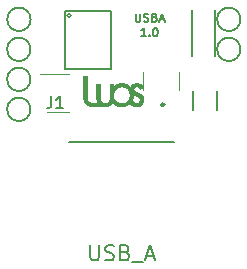
<source format=gbr>
G04 #@! TF.GenerationSoftware,KiCad,Pcbnew,(5.1.9-0-10_14)*
G04 #@! TF.CreationDate,2021-02-12T10:42:39+01:00*
G04 #@! TF.ProjectId,l0_USBA,6c305f55-5342-4412-9e6b-696361645f70,rev?*
G04 #@! TF.SameCoordinates,Original*
G04 #@! TF.FileFunction,Legend,Top*
G04 #@! TF.FilePolarity,Positive*
%FSLAX46Y46*%
G04 Gerber Fmt 4.6, Leading zero omitted, Abs format (unit mm)*
G04 Created by KiCad (PCBNEW (5.1.9-0-10_14)) date 2021-02-12 10:42:39*
%MOMM*%
%LPD*%
G01*
G04 APERTURE LIST*
%ADD10C,0.175000*%
%ADD11C,0.200000*%
%ADD12C,0.150000*%
%ADD13C,0.250000*%
%ADD14C,0.125000*%
%ADD15C,0.120000*%
%ADD16C,0.010000*%
G04 APERTURE END LIST*
D10*
X93985666Y-106832166D02*
X93985666Y-107398833D01*
X94019000Y-107465500D01*
X94052333Y-107498833D01*
X94119000Y-107532166D01*
X94252333Y-107532166D01*
X94319000Y-107498833D01*
X94352333Y-107465500D01*
X94385666Y-107398833D01*
X94385666Y-106832166D01*
X94685666Y-107498833D02*
X94785666Y-107532166D01*
X94952333Y-107532166D01*
X95019000Y-107498833D01*
X95052333Y-107465500D01*
X95085666Y-107398833D01*
X95085666Y-107332166D01*
X95052333Y-107265500D01*
X95019000Y-107232166D01*
X94952333Y-107198833D01*
X94819000Y-107165500D01*
X94752333Y-107132166D01*
X94719000Y-107098833D01*
X94685666Y-107032166D01*
X94685666Y-106965500D01*
X94719000Y-106898833D01*
X94752333Y-106865500D01*
X94819000Y-106832166D01*
X94985666Y-106832166D01*
X95085666Y-106865500D01*
X95619000Y-107165500D02*
X95719000Y-107198833D01*
X95752333Y-107232166D01*
X95785666Y-107298833D01*
X95785666Y-107398833D01*
X95752333Y-107465500D01*
X95719000Y-107498833D01*
X95652333Y-107532166D01*
X95385666Y-107532166D01*
X95385666Y-106832166D01*
X95619000Y-106832166D01*
X95685666Y-106865500D01*
X95719000Y-106898833D01*
X95752333Y-106965500D01*
X95752333Y-107032166D01*
X95719000Y-107098833D01*
X95685666Y-107132166D01*
X95619000Y-107165500D01*
X95385666Y-107165500D01*
X96052333Y-107332166D02*
X96385666Y-107332166D01*
X95985666Y-107532166D02*
X96219000Y-106832166D01*
X96452333Y-107532166D01*
X94869000Y-108757166D02*
X94469000Y-108757166D01*
X94669000Y-108757166D02*
X94669000Y-108057166D01*
X94602333Y-108157166D01*
X94535666Y-108223833D01*
X94469000Y-108257166D01*
X95169000Y-108690500D02*
X95202333Y-108723833D01*
X95169000Y-108757166D01*
X95135666Y-108723833D01*
X95169000Y-108690500D01*
X95169000Y-108757166D01*
X95635666Y-108057166D02*
X95702333Y-108057166D01*
X95769000Y-108090500D01*
X95802333Y-108123833D01*
X95835666Y-108190500D01*
X95869000Y-108323833D01*
X95869000Y-108490500D01*
X95835666Y-108623833D01*
X95802333Y-108690500D01*
X95769000Y-108723833D01*
X95702333Y-108757166D01*
X95635666Y-108757166D01*
X95569000Y-108723833D01*
X95535666Y-108690500D01*
X95502333Y-108623833D01*
X95469000Y-108490500D01*
X95469000Y-108323833D01*
X95502333Y-108190500D01*
X95535666Y-108123833D01*
X95569000Y-108090500D01*
X95635666Y-108057166D01*
D11*
X102867500Y-109865000D02*
G75*
G03*
X102867500Y-109865000I-987500J0D01*
G01*
X102867500Y-107325000D02*
G75*
G03*
X102867500Y-107325000I-987500J0D01*
G01*
X85087500Y-114945000D02*
G75*
G03*
X85087500Y-114945000I-987500J0D01*
G01*
X85087500Y-112405000D02*
G75*
G03*
X85087500Y-112405000I-987500J0D01*
G01*
X85087500Y-109865000D02*
G75*
G03*
X85087500Y-109865000I-987500J0D01*
G01*
X85100000Y-107325000D02*
G75*
G03*
X85100000Y-107325000I-987500J0D01*
G01*
D12*
X97250000Y-117750000D02*
X88350000Y-117750000D01*
D13*
X96425000Y-114550000D02*
G75*
G03*
X96425000Y-114550000I-125000J0D01*
G01*
D14*
X94660000Y-113277000D02*
X94660000Y-111777000D01*
X97710000Y-111777000D02*
X97710000Y-113277000D01*
D12*
X88503421Y-107003000D02*
G75*
G03*
X88503421Y-107003000I-141421J0D01*
G01*
X88003200Y-106651900D02*
X88003200Y-111554100D01*
X91920800Y-106651900D02*
X88003200Y-106651900D01*
X91920800Y-111554100D02*
X91920800Y-106651900D01*
X88003200Y-111554100D02*
X91920800Y-111554100D01*
X98776000Y-110413000D02*
X98776000Y-106513000D01*
X100706000Y-110413000D02*
X100706000Y-106513000D01*
X98860500Y-113383000D02*
X98860500Y-114983000D01*
X100860500Y-113383000D02*
X100860500Y-114983000D01*
D15*
X86514500Y-115153000D02*
X88314500Y-115153000D01*
X88314500Y-111933000D02*
X85864500Y-111933000D01*
D16*
G36*
X92090520Y-112939777D02*
G01*
X92041727Y-112990612D01*
X91989279Y-113049559D01*
X91939775Y-113113506D01*
X91896352Y-113178372D01*
X91892650Y-113184446D01*
X91879458Y-113207333D01*
X91865150Y-113233898D01*
X91850763Y-113262015D01*
X91837336Y-113289559D01*
X91825907Y-113314407D01*
X91817515Y-113334434D01*
X91813433Y-113346513D01*
X91810786Y-113355655D01*
X91808527Y-113360011D01*
X91806625Y-113359037D01*
X91805055Y-113352187D01*
X91803786Y-113338915D01*
X91802793Y-113318676D01*
X91802046Y-113290924D01*
X91801517Y-113255114D01*
X91801178Y-113210700D01*
X91801002Y-113157137D01*
X91800960Y-113103879D01*
X91800960Y-112841960D01*
X92090520Y-112841960D01*
X92090520Y-112939777D01*
G37*
X92090520Y-112939777D02*
X92041727Y-112990612D01*
X91989279Y-113049559D01*
X91939775Y-113113506D01*
X91896352Y-113178372D01*
X91892650Y-113184446D01*
X91879458Y-113207333D01*
X91865150Y-113233898D01*
X91850763Y-113262015D01*
X91837336Y-113289559D01*
X91825907Y-113314407D01*
X91817515Y-113334434D01*
X91813433Y-113346513D01*
X91810786Y-113355655D01*
X91808527Y-113360011D01*
X91806625Y-113359037D01*
X91805055Y-113352187D01*
X91803786Y-113338915D01*
X91802793Y-113318676D01*
X91802046Y-113290924D01*
X91801517Y-113255114D01*
X91801178Y-113210700D01*
X91801002Y-113157137D01*
X91800960Y-113103879D01*
X91800960Y-112841960D01*
X92090520Y-112841960D01*
X92090520Y-112939777D01*
G36*
X89851518Y-113054049D02*
G01*
X89851707Y-113169865D01*
X89851880Y-113275983D01*
X89852049Y-113372866D01*
X89852227Y-113460978D01*
X89852428Y-113540780D01*
X89852665Y-113612736D01*
X89852949Y-113677309D01*
X89853295Y-113734960D01*
X89853715Y-113786153D01*
X89854223Y-113831350D01*
X89854831Y-113871015D01*
X89855552Y-113905610D01*
X89856399Y-113935597D01*
X89857386Y-113961439D01*
X89858524Y-113983599D01*
X89859828Y-114002540D01*
X89861310Y-114018724D01*
X89862983Y-114032615D01*
X89864860Y-114044674D01*
X89866954Y-114055364D01*
X89869278Y-114065149D01*
X89871845Y-114074491D01*
X89874668Y-114083853D01*
X89877760Y-114093696D01*
X89880961Y-114103926D01*
X89904145Y-114162995D01*
X89935052Y-114215603D01*
X89973337Y-114261401D01*
X90018651Y-114300041D01*
X90070648Y-114331174D01*
X90128981Y-114354452D01*
X90130798Y-114355017D01*
X90148075Y-114359785D01*
X90167110Y-114363815D01*
X90188842Y-114367163D01*
X90214212Y-114369884D01*
X90244160Y-114372032D01*
X90279626Y-114373663D01*
X90321550Y-114374833D01*
X90370874Y-114375595D01*
X90428536Y-114376005D01*
X90490727Y-114376120D01*
X90713579Y-114376120D01*
X90721644Y-114391716D01*
X90739113Y-114420690D01*
X90763133Y-114453658D01*
X90791983Y-114488712D01*
X90823943Y-114523943D01*
X90857295Y-114557444D01*
X90890318Y-114587306D01*
X90917040Y-114608545D01*
X90934297Y-114621307D01*
X90948627Y-114632069D01*
X90957906Y-114639231D01*
X90959966Y-114640940D01*
X90955692Y-114641515D01*
X90942187Y-114642045D01*
X90920381Y-114642530D01*
X90891203Y-114642969D01*
X90855582Y-114643360D01*
X90814447Y-114643703D01*
X90768728Y-114643995D01*
X90719354Y-114644236D01*
X90667253Y-114644425D01*
X90613357Y-114644560D01*
X90558593Y-114644641D01*
X90503890Y-114644666D01*
X90450179Y-114644634D01*
X90398388Y-114644544D01*
X90349447Y-114644395D01*
X90304285Y-114644185D01*
X90263831Y-114643913D01*
X90229014Y-114643579D01*
X90200764Y-114643181D01*
X90180010Y-114642717D01*
X90167681Y-114642188D01*
X90165200Y-114641939D01*
X90083716Y-114625553D01*
X90009648Y-114603404D01*
X89941603Y-114574796D01*
X89878190Y-114539032D01*
X89818017Y-114495415D01*
X89759693Y-114443250D01*
X89750924Y-114434550D01*
X89697962Y-114374238D01*
X89653301Y-114308178D01*
X89617108Y-114236714D01*
X89589555Y-114160193D01*
X89570812Y-114078960D01*
X89568363Y-114063700D01*
X89567415Y-114056335D01*
X89566548Y-114047116D01*
X89565757Y-114035606D01*
X89565039Y-114021365D01*
X89564391Y-114003954D01*
X89563808Y-113982936D01*
X89563289Y-113957871D01*
X89562829Y-113928320D01*
X89562425Y-113893846D01*
X89562073Y-113854009D01*
X89561771Y-113808371D01*
X89561515Y-113756493D01*
X89561301Y-113697937D01*
X89561126Y-113632264D01*
X89560987Y-113559036D01*
X89560880Y-113477813D01*
X89560803Y-113388157D01*
X89560750Y-113289630D01*
X89560720Y-113181793D01*
X89560709Y-113071830D01*
X89560680Y-112130760D01*
X89705328Y-112130759D01*
X89849976Y-112130759D01*
X89851518Y-113054049D01*
G37*
X89851518Y-113054049D02*
X89851707Y-113169865D01*
X89851880Y-113275983D01*
X89852049Y-113372866D01*
X89852227Y-113460978D01*
X89852428Y-113540780D01*
X89852665Y-113612736D01*
X89852949Y-113677309D01*
X89853295Y-113734960D01*
X89853715Y-113786153D01*
X89854223Y-113831350D01*
X89854831Y-113871015D01*
X89855552Y-113905610D01*
X89856399Y-113935597D01*
X89857386Y-113961439D01*
X89858524Y-113983599D01*
X89859828Y-114002540D01*
X89861310Y-114018724D01*
X89862983Y-114032615D01*
X89864860Y-114044674D01*
X89866954Y-114055364D01*
X89869278Y-114065149D01*
X89871845Y-114074491D01*
X89874668Y-114083853D01*
X89877760Y-114093696D01*
X89880961Y-114103926D01*
X89904145Y-114162995D01*
X89935052Y-114215603D01*
X89973337Y-114261401D01*
X90018651Y-114300041D01*
X90070648Y-114331174D01*
X90128981Y-114354452D01*
X90130798Y-114355017D01*
X90148075Y-114359785D01*
X90167110Y-114363815D01*
X90188842Y-114367163D01*
X90214212Y-114369884D01*
X90244160Y-114372032D01*
X90279626Y-114373663D01*
X90321550Y-114374833D01*
X90370874Y-114375595D01*
X90428536Y-114376005D01*
X90490727Y-114376120D01*
X90713579Y-114376120D01*
X90721644Y-114391716D01*
X90739113Y-114420690D01*
X90763133Y-114453658D01*
X90791983Y-114488712D01*
X90823943Y-114523943D01*
X90857295Y-114557444D01*
X90890318Y-114587306D01*
X90917040Y-114608545D01*
X90934297Y-114621307D01*
X90948627Y-114632069D01*
X90957906Y-114639231D01*
X90959966Y-114640940D01*
X90955692Y-114641515D01*
X90942187Y-114642045D01*
X90920381Y-114642530D01*
X90891203Y-114642969D01*
X90855582Y-114643360D01*
X90814447Y-114643703D01*
X90768728Y-114643995D01*
X90719354Y-114644236D01*
X90667253Y-114644425D01*
X90613357Y-114644560D01*
X90558593Y-114644641D01*
X90503890Y-114644666D01*
X90450179Y-114644634D01*
X90398388Y-114644544D01*
X90349447Y-114644395D01*
X90304285Y-114644185D01*
X90263831Y-114643913D01*
X90229014Y-114643579D01*
X90200764Y-114643181D01*
X90180010Y-114642717D01*
X90167681Y-114642188D01*
X90165200Y-114641939D01*
X90083716Y-114625553D01*
X90009648Y-114603404D01*
X89941603Y-114574796D01*
X89878190Y-114539032D01*
X89818017Y-114495415D01*
X89759693Y-114443250D01*
X89750924Y-114434550D01*
X89697962Y-114374238D01*
X89653301Y-114308178D01*
X89617108Y-114236714D01*
X89589555Y-114160193D01*
X89570812Y-114078960D01*
X89568363Y-114063700D01*
X89567415Y-114056335D01*
X89566548Y-114047116D01*
X89565757Y-114035606D01*
X89565039Y-114021365D01*
X89564391Y-114003954D01*
X89563808Y-113982936D01*
X89563289Y-113957871D01*
X89562829Y-113928320D01*
X89562425Y-113893846D01*
X89562073Y-113854009D01*
X89561771Y-113808371D01*
X89561515Y-113756493D01*
X89561301Y-113697937D01*
X89561126Y-113632264D01*
X89560987Y-113559036D01*
X89560880Y-113477813D01*
X89560803Y-113388157D01*
X89560750Y-113289630D01*
X89560720Y-113181793D01*
X89560709Y-113071830D01*
X89560680Y-112130760D01*
X89705328Y-112130759D01*
X89849976Y-112130759D01*
X89851518Y-113054049D01*
G36*
X94116498Y-112729485D02*
G01*
X94177478Y-112735225D01*
X94230018Y-112745649D01*
X94293015Y-112767036D01*
X94354747Y-112797361D01*
X94413265Y-112835424D01*
X94466618Y-112880027D01*
X94494022Y-112907973D01*
X94509218Y-112925558D01*
X94526038Y-112946436D01*
X94543295Y-112968955D01*
X94559800Y-112991466D01*
X94574362Y-113012318D01*
X94585794Y-113029861D01*
X94592906Y-113042444D01*
X94594690Y-113047700D01*
X94590635Y-113052783D01*
X94580120Y-113060848D01*
X94568145Y-113068488D01*
X94555350Y-113076069D01*
X94535717Y-113087707D01*
X94511145Y-113102274D01*
X94483535Y-113118644D01*
X94454787Y-113135690D01*
X94454605Y-113135798D01*
X94427758Y-113151582D01*
X94403786Y-113165415D01*
X94384092Y-113176510D01*
X94370076Y-113184078D01*
X94363143Y-113187332D01*
X94362782Y-113187400D01*
X94358123Y-113183377D01*
X94349658Y-113172599D01*
X94338845Y-113156995D01*
X94333040Y-113148030D01*
X94299502Y-113101845D01*
X94263133Y-113065074D01*
X94223288Y-113037212D01*
X94179326Y-113017750D01*
X94160822Y-113012300D01*
X94136297Y-113007992D01*
X94105411Y-113005446D01*
X94071818Y-113004715D01*
X94039171Y-113005849D01*
X94011125Y-113008901D01*
X94004660Y-113010092D01*
X93965754Y-113022016D01*
X93927383Y-113040831D01*
X93891623Y-113065000D01*
X93860551Y-113092985D01*
X93836245Y-113123248D01*
X93825292Y-113142896D01*
X93809919Y-113187047D01*
X93804439Y-113230235D01*
X93808776Y-113271881D01*
X93822854Y-113311407D01*
X93846597Y-113348235D01*
X93853445Y-113356295D01*
X93872480Y-113375497D01*
X93894833Y-113393696D01*
X93921645Y-113411549D01*
X93954058Y-113429713D01*
X93993212Y-113448842D01*
X94040249Y-113469595D01*
X94076800Y-113484757D01*
X94104777Y-113496143D01*
X94137359Y-113509410D01*
X94169741Y-113522601D01*
X94188560Y-113530271D01*
X94271456Y-113566948D01*
X94344997Y-113605652D01*
X94409852Y-113646771D01*
X94466692Y-113690692D01*
X94467960Y-113691780D01*
X94515923Y-113738105D01*
X94555721Y-113787888D01*
X94588097Y-113842416D01*
X94613794Y-113902971D01*
X94633556Y-113970841D01*
X94636207Y-113982420D01*
X94639581Y-114004971D01*
X94641788Y-114035092D01*
X94642853Y-114070265D01*
X94642799Y-114107969D01*
X94641653Y-114145684D01*
X94639437Y-114180893D01*
X94636176Y-114211074D01*
X94633849Y-114225116D01*
X94615829Y-114296029D01*
X94590554Y-114361194D01*
X94557336Y-114421828D01*
X94515487Y-114479151D01*
X94464318Y-114534382D01*
X94453323Y-114544893D01*
X94394670Y-114593066D01*
X94330331Y-114632832D01*
X94260398Y-114664141D01*
X94196180Y-114684182D01*
X94176463Y-114688917D01*
X94158213Y-114692441D01*
X94139205Y-114694973D01*
X94117215Y-114696733D01*
X94090016Y-114697942D01*
X94055385Y-114698819D01*
X94046320Y-114698993D01*
X93997885Y-114699393D01*
X93958768Y-114698602D01*
X93928195Y-114696591D01*
X93909160Y-114694048D01*
X93832759Y-114675743D01*
X93761973Y-114649040D01*
X93696917Y-114614006D01*
X93637709Y-114570706D01*
X93584465Y-114519207D01*
X93566149Y-114497904D01*
X93537018Y-114462297D01*
X93564212Y-114433178D01*
X93577441Y-114419094D01*
X93587974Y-114408029D01*
X93593909Y-114401978D01*
X93594407Y-114401520D01*
X93603124Y-114392399D01*
X93616128Y-114376627D01*
X93632083Y-114356014D01*
X93649651Y-114332373D01*
X93667499Y-114307514D01*
X93684291Y-114283249D01*
X93698690Y-114261389D01*
X93703957Y-114252944D01*
X93738090Y-114196941D01*
X93749092Y-114229380D01*
X93760743Y-114260591D01*
X93772946Y-114285720D01*
X93787770Y-114308733D01*
X93796523Y-114320317D01*
X93832386Y-114357960D01*
X93874572Y-114387858D01*
X93922560Y-114409779D01*
X93975834Y-114423491D01*
X94033876Y-114428762D01*
X94038700Y-114428812D01*
X94078818Y-114427532D01*
X94113192Y-114422704D01*
X94145879Y-114413456D01*
X94180936Y-114398918D01*
X94183480Y-114397729D01*
X94214482Y-114379393D01*
X94246165Y-114354134D01*
X94275793Y-114324596D01*
X94300625Y-114293421D01*
X94313722Y-114271980D01*
X94334366Y-114222372D01*
X94346665Y-114169641D01*
X94350564Y-114115665D01*
X94346006Y-114062321D01*
X94332937Y-114011487D01*
X94322154Y-113985388D01*
X94299320Y-113947983D01*
X94267224Y-113911417D01*
X94226766Y-113876412D01*
X94178843Y-113843687D01*
X94124353Y-113813965D01*
X94088225Y-113797596D01*
X94067277Y-113788769D01*
X94039545Y-113777065D01*
X94007601Y-113763571D01*
X93974017Y-113749373D01*
X93944720Y-113736978D01*
X93850740Y-113697202D01*
X93847099Y-113643039D01*
X93835515Y-113542036D01*
X93814520Y-113444715D01*
X93783990Y-113350709D01*
X93743802Y-113259652D01*
X93693831Y-113171177D01*
X93681392Y-113151840D01*
X93664411Y-113126953D01*
X93645785Y-113101156D01*
X93628040Y-113077876D01*
X93616444Y-113063683D01*
X93601471Y-113046165D01*
X93587661Y-113029900D01*
X93577355Y-113017650D01*
X93575092Y-113014923D01*
X93563605Y-113000979D01*
X93583940Y-112970999D01*
X93603448Y-112945399D01*
X93628843Y-112916684D01*
X93657604Y-112887439D01*
X93687207Y-112860249D01*
X93711040Y-112840766D01*
X93734096Y-112825104D01*
X93763614Y-112807791D01*
X93796441Y-112790459D01*
X93829423Y-112774736D01*
X93859405Y-112762252D01*
X93870797Y-112758218D01*
X93926802Y-112743480D01*
X93988316Y-112733712D01*
X94052496Y-112729014D01*
X94116498Y-112729485D01*
G37*
X94116498Y-112729485D02*
X94177478Y-112735225D01*
X94230018Y-112745649D01*
X94293015Y-112767036D01*
X94354747Y-112797361D01*
X94413265Y-112835424D01*
X94466618Y-112880027D01*
X94494022Y-112907973D01*
X94509218Y-112925558D01*
X94526038Y-112946436D01*
X94543295Y-112968955D01*
X94559800Y-112991466D01*
X94574362Y-113012318D01*
X94585794Y-113029861D01*
X94592906Y-113042444D01*
X94594690Y-113047700D01*
X94590635Y-113052783D01*
X94580120Y-113060848D01*
X94568145Y-113068488D01*
X94555350Y-113076069D01*
X94535717Y-113087707D01*
X94511145Y-113102274D01*
X94483535Y-113118644D01*
X94454787Y-113135690D01*
X94454605Y-113135798D01*
X94427758Y-113151582D01*
X94403786Y-113165415D01*
X94384092Y-113176510D01*
X94370076Y-113184078D01*
X94363143Y-113187332D01*
X94362782Y-113187400D01*
X94358123Y-113183377D01*
X94349658Y-113172599D01*
X94338845Y-113156995D01*
X94333040Y-113148030D01*
X94299502Y-113101845D01*
X94263133Y-113065074D01*
X94223288Y-113037212D01*
X94179326Y-113017750D01*
X94160822Y-113012300D01*
X94136297Y-113007992D01*
X94105411Y-113005446D01*
X94071818Y-113004715D01*
X94039171Y-113005849D01*
X94011125Y-113008901D01*
X94004660Y-113010092D01*
X93965754Y-113022016D01*
X93927383Y-113040831D01*
X93891623Y-113065000D01*
X93860551Y-113092985D01*
X93836245Y-113123248D01*
X93825292Y-113142896D01*
X93809919Y-113187047D01*
X93804439Y-113230235D01*
X93808776Y-113271881D01*
X93822854Y-113311407D01*
X93846597Y-113348235D01*
X93853445Y-113356295D01*
X93872480Y-113375497D01*
X93894833Y-113393696D01*
X93921645Y-113411549D01*
X93954058Y-113429713D01*
X93993212Y-113448842D01*
X94040249Y-113469595D01*
X94076800Y-113484757D01*
X94104777Y-113496143D01*
X94137359Y-113509410D01*
X94169741Y-113522601D01*
X94188560Y-113530271D01*
X94271456Y-113566948D01*
X94344997Y-113605652D01*
X94409852Y-113646771D01*
X94466692Y-113690692D01*
X94467960Y-113691780D01*
X94515923Y-113738105D01*
X94555721Y-113787888D01*
X94588097Y-113842416D01*
X94613794Y-113902971D01*
X94633556Y-113970841D01*
X94636207Y-113982420D01*
X94639581Y-114004971D01*
X94641788Y-114035092D01*
X94642853Y-114070265D01*
X94642799Y-114107969D01*
X94641653Y-114145684D01*
X94639437Y-114180893D01*
X94636176Y-114211074D01*
X94633849Y-114225116D01*
X94615829Y-114296029D01*
X94590554Y-114361194D01*
X94557336Y-114421828D01*
X94515487Y-114479151D01*
X94464318Y-114534382D01*
X94453323Y-114544893D01*
X94394670Y-114593066D01*
X94330331Y-114632832D01*
X94260398Y-114664141D01*
X94196180Y-114684182D01*
X94176463Y-114688917D01*
X94158213Y-114692441D01*
X94139205Y-114694973D01*
X94117215Y-114696733D01*
X94090016Y-114697942D01*
X94055385Y-114698819D01*
X94046320Y-114698993D01*
X93997885Y-114699393D01*
X93958768Y-114698602D01*
X93928195Y-114696591D01*
X93909160Y-114694048D01*
X93832759Y-114675743D01*
X93761973Y-114649040D01*
X93696917Y-114614006D01*
X93637709Y-114570706D01*
X93584465Y-114519207D01*
X93566149Y-114497904D01*
X93537018Y-114462297D01*
X93564212Y-114433178D01*
X93577441Y-114419094D01*
X93587974Y-114408029D01*
X93593909Y-114401978D01*
X93594407Y-114401520D01*
X93603124Y-114392399D01*
X93616128Y-114376627D01*
X93632083Y-114356014D01*
X93649651Y-114332373D01*
X93667499Y-114307514D01*
X93684291Y-114283249D01*
X93698690Y-114261389D01*
X93703957Y-114252944D01*
X93738090Y-114196941D01*
X93749092Y-114229380D01*
X93760743Y-114260591D01*
X93772946Y-114285720D01*
X93787770Y-114308733D01*
X93796523Y-114320317D01*
X93832386Y-114357960D01*
X93874572Y-114387858D01*
X93922560Y-114409779D01*
X93975834Y-114423491D01*
X94033876Y-114428762D01*
X94038700Y-114428812D01*
X94078818Y-114427532D01*
X94113192Y-114422704D01*
X94145879Y-114413456D01*
X94180936Y-114398918D01*
X94183480Y-114397729D01*
X94214482Y-114379393D01*
X94246165Y-114354134D01*
X94275793Y-114324596D01*
X94300625Y-114293421D01*
X94313722Y-114271980D01*
X94334366Y-114222372D01*
X94346665Y-114169641D01*
X94350564Y-114115665D01*
X94346006Y-114062321D01*
X94332937Y-114011487D01*
X94322154Y-113985388D01*
X94299320Y-113947983D01*
X94267224Y-113911417D01*
X94226766Y-113876412D01*
X94178843Y-113843687D01*
X94124353Y-113813965D01*
X94088225Y-113797596D01*
X94067277Y-113788769D01*
X94039545Y-113777065D01*
X94007601Y-113763571D01*
X93974017Y-113749373D01*
X93944720Y-113736978D01*
X93850740Y-113697202D01*
X93847099Y-113643039D01*
X93835515Y-113542036D01*
X93814520Y-113444715D01*
X93783990Y-113350709D01*
X93743802Y-113259652D01*
X93693831Y-113171177D01*
X93681392Y-113151840D01*
X93664411Y-113126953D01*
X93645785Y-113101156D01*
X93628040Y-113077876D01*
X93616444Y-113063683D01*
X93601471Y-113046165D01*
X93587661Y-113029900D01*
X93577355Y-113017650D01*
X93575092Y-113014923D01*
X93563605Y-113000979D01*
X93583940Y-112970999D01*
X93603448Y-112945399D01*
X93628843Y-112916684D01*
X93657604Y-112887439D01*
X93687207Y-112860249D01*
X93711040Y-112840766D01*
X93734096Y-112825104D01*
X93763614Y-112807791D01*
X93796441Y-112790459D01*
X93829423Y-112774736D01*
X93859405Y-112762252D01*
X93870797Y-112758218D01*
X93926802Y-112743480D01*
X93988316Y-112733712D01*
X94052496Y-112729014D01*
X94116498Y-112729485D01*
G36*
X92831742Y-112731615D02*
G01*
X92925291Y-112737622D01*
X93012636Y-112750703D01*
X93095258Y-112771285D01*
X93174640Y-112799797D01*
X93252262Y-112836666D01*
X93309769Y-112869786D01*
X93330685Y-112882862D01*
X93347605Y-112893959D01*
X93363061Y-112904924D01*
X93379585Y-112917600D01*
X93399709Y-112933833D01*
X93415563Y-112946871D01*
X93494221Y-113017452D01*
X93563398Y-113091585D01*
X93623202Y-113169459D01*
X93673738Y-113251262D01*
X93715115Y-113337184D01*
X93747438Y-113427412D01*
X93770814Y-113522137D01*
X93782465Y-113595642D01*
X93785712Y-113633950D01*
X93787168Y-113679223D01*
X93786938Y-113728742D01*
X93785131Y-113779785D01*
X93781854Y-113829630D01*
X93777215Y-113875557D01*
X93771320Y-113914845D01*
X93769518Y-113924000D01*
X93746055Y-114015192D01*
X93714807Y-114101033D01*
X93675284Y-114182442D01*
X93626997Y-114260337D01*
X93569453Y-114335638D01*
X93520412Y-114390452D01*
X93446750Y-114461116D01*
X93368697Y-114522691D01*
X93285956Y-114575335D01*
X93198234Y-114619213D01*
X93105236Y-114654485D01*
X93006667Y-114681312D01*
X92979520Y-114687037D01*
X92959904Y-114690728D01*
X92941734Y-114693554D01*
X92923195Y-114695628D01*
X92902471Y-114697061D01*
X92877748Y-114697967D01*
X92847209Y-114698457D01*
X92809040Y-114698643D01*
X92791560Y-114698658D01*
X92740950Y-114698369D01*
X92698438Y-114697328D01*
X92661975Y-114695293D01*
X92629510Y-114692023D01*
X92598994Y-114687277D01*
X92568377Y-114680813D01*
X92535610Y-114672390D01*
X92512160Y-114665741D01*
X92421198Y-114634154D01*
X92332560Y-114593275D01*
X92247680Y-114543936D01*
X92167991Y-114486965D01*
X92097313Y-114425490D01*
X92055846Y-114385730D01*
X92080476Y-114333935D01*
X92092884Y-114305844D01*
X92105461Y-114274042D01*
X92116235Y-114243642D01*
X92120215Y-114230951D01*
X92128110Y-114201058D01*
X92135594Y-114167054D01*
X92142169Y-114131821D01*
X92147333Y-114098238D01*
X92150587Y-114069186D01*
X92151480Y-114050846D01*
X92152614Y-114036212D01*
X92155903Y-114031411D01*
X92161171Y-114036512D01*
X92165574Y-114045170D01*
X92176758Y-114066312D01*
X92193429Y-114092551D01*
X92213989Y-114121701D01*
X92236839Y-114151577D01*
X92260382Y-114179994D01*
X92280075Y-114201716D01*
X92343372Y-114262003D01*
X92409012Y-114312655D01*
X92477671Y-114354061D01*
X92550026Y-114386610D01*
X92626753Y-114410690D01*
X92655752Y-114417397D01*
X92695770Y-114423679D01*
X92742389Y-114427482D01*
X92792349Y-114428774D01*
X92842391Y-114427522D01*
X92889254Y-114423692D01*
X92915089Y-114420041D01*
X92994356Y-114401481D01*
X93070457Y-114373604D01*
X93142675Y-114336955D01*
X93210294Y-114292077D01*
X93272599Y-114239514D01*
X93328873Y-114179811D01*
X93378400Y-114113510D01*
X93420465Y-114041156D01*
X93424425Y-114033220D01*
X93452704Y-113967275D01*
X93473251Y-113899623D01*
X93486456Y-113828467D01*
X93492710Y-113752008D01*
X93493360Y-113715720D01*
X93488931Y-113627273D01*
X93475552Y-113543571D01*
X93453153Y-113464422D01*
X93421666Y-113389633D01*
X93381020Y-113319013D01*
X93331146Y-113252369D01*
X93321147Y-113240740D01*
X93261219Y-113179734D01*
X93196164Y-113127494D01*
X93125906Y-113083976D01*
X93050370Y-113049135D01*
X92969480Y-113022925D01*
X92943960Y-113016694D01*
X92918403Y-113012430D01*
X92885308Y-113009155D01*
X92847253Y-113006918D01*
X92806818Y-113005769D01*
X92766579Y-113005756D01*
X92729117Y-113006929D01*
X92697008Y-113009337D01*
X92679800Y-113011662D01*
X92597939Y-113029976D01*
X92522410Y-113055835D01*
X92452202Y-113089761D01*
X92386305Y-113132277D01*
X92323706Y-113183904D01*
X92297127Y-113209460D01*
X92240849Y-113272371D01*
X92193972Y-113338826D01*
X92156193Y-113409362D01*
X92127209Y-113484516D01*
X92113314Y-113534531D01*
X92108170Y-113557208D01*
X92103886Y-113579262D01*
X92100382Y-113601906D01*
X92097578Y-113626351D01*
X92095393Y-113653808D01*
X92093747Y-113685491D01*
X92092560Y-113722611D01*
X92091751Y-113766380D01*
X92091241Y-113818010D01*
X92090971Y-113871951D01*
X92090737Y-113923567D01*
X92090389Y-113966332D01*
X92089870Y-114001551D01*
X92089124Y-114030535D01*
X92088095Y-114054589D01*
X92086726Y-114075023D01*
X92084960Y-114093144D01*
X92082740Y-114110260D01*
X92080011Y-114127678D01*
X92079875Y-114128491D01*
X92061331Y-114211377D01*
X92034393Y-114288567D01*
X91999008Y-114360170D01*
X91955117Y-114426300D01*
X91902666Y-114487066D01*
X91894666Y-114495122D01*
X91829790Y-114552696D01*
X91760809Y-114600978D01*
X91687689Y-114639987D01*
X91610394Y-114669741D01*
X91528890Y-114690258D01*
X91509011Y-114693759D01*
X91483785Y-114696706D01*
X91451257Y-114698837D01*
X91414215Y-114700127D01*
X91375448Y-114700554D01*
X91337743Y-114700095D01*
X91303888Y-114698727D01*
X91276672Y-114696427D01*
X91271300Y-114695714D01*
X91194940Y-114680598D01*
X91123751Y-114658041D01*
X91055966Y-114627297D01*
X90989817Y-114587618D01*
X90952905Y-114561275D01*
X90889630Y-114507434D01*
X90833962Y-114447191D01*
X90786312Y-114381189D01*
X90747089Y-114310070D01*
X90716704Y-114234476D01*
X90696540Y-114159788D01*
X90693846Y-114146182D01*
X90691428Y-114132074D01*
X90689272Y-114116873D01*
X90687362Y-114099989D01*
X90685684Y-114080829D01*
X90684223Y-114058803D01*
X90682965Y-114033320D01*
X90681895Y-114003789D01*
X90680998Y-113969617D01*
X90680260Y-113930214D01*
X90679666Y-113884989D01*
X90679201Y-113833350D01*
X90678850Y-113774706D01*
X90678599Y-113708467D01*
X90678434Y-113634040D01*
X90678339Y-113550834D01*
X90678300Y-113458259D01*
X90678297Y-113424890D01*
X90678280Y-112841960D01*
X90972920Y-112841960D01*
X90972920Y-113415533D01*
X90972934Y-113506184D01*
X90972984Y-113587277D01*
X90973076Y-113659413D01*
X90973219Y-113723197D01*
X90973420Y-113779229D01*
X90973686Y-113828112D01*
X90974025Y-113870447D01*
X90974446Y-113906838D01*
X90974955Y-113937886D01*
X90975560Y-113964193D01*
X90976270Y-113986362D01*
X90977091Y-114004994D01*
X90978032Y-114020692D01*
X90979100Y-114034058D01*
X90980302Y-114045694D01*
X90981039Y-114051688D01*
X90992024Y-114117253D01*
X91006886Y-114173904D01*
X91025814Y-114222191D01*
X91048992Y-114262665D01*
X91055740Y-114271980D01*
X91098264Y-114319954D01*
X91146414Y-114359471D01*
X91200129Y-114390490D01*
X91259346Y-114412970D01*
X91285340Y-114419742D01*
X91322210Y-114425696D01*
X91364942Y-114428642D01*
X91409692Y-114428578D01*
X91452617Y-114425507D01*
X91488540Y-114419728D01*
X91547523Y-114401571D01*
X91601827Y-114374795D01*
X91650679Y-114340149D01*
X91693306Y-114298382D01*
X91728938Y-114250241D01*
X91756801Y-114196478D01*
X91775163Y-114141705D01*
X91780759Y-114118642D01*
X91785367Y-114096770D01*
X91789089Y-114074757D01*
X91792030Y-114051271D01*
X91794290Y-114024979D01*
X91795974Y-113994548D01*
X91797184Y-113958647D01*
X91798023Y-113915942D01*
X91798594Y-113865101D01*
X91798818Y-113835100D01*
X91799198Y-113790400D01*
X91799726Y-113747229D01*
X91800371Y-113707051D01*
X91801105Y-113671328D01*
X91801897Y-113641526D01*
X91802718Y-113619109D01*
X91803453Y-113606500D01*
X91816059Y-113515959D01*
X91838432Y-113426663D01*
X91870190Y-113339416D01*
X91910948Y-113255017D01*
X91960325Y-113174268D01*
X92017938Y-113097971D01*
X92077665Y-113032620D01*
X92148087Y-112966932D01*
X92218972Y-112910568D01*
X92291576Y-112862723D01*
X92367152Y-112822594D01*
X92446955Y-112789375D01*
X92468980Y-112781625D01*
X92532273Y-112762182D01*
X92593782Y-112747743D01*
X92656023Y-112737961D01*
X92721517Y-112732490D01*
X92792781Y-112730982D01*
X92831742Y-112731615D01*
G37*
X92831742Y-112731615D02*
X92925291Y-112737622D01*
X93012636Y-112750703D01*
X93095258Y-112771285D01*
X93174640Y-112799797D01*
X93252262Y-112836666D01*
X93309769Y-112869786D01*
X93330685Y-112882862D01*
X93347605Y-112893959D01*
X93363061Y-112904924D01*
X93379585Y-112917600D01*
X93399709Y-112933833D01*
X93415563Y-112946871D01*
X93494221Y-113017452D01*
X93563398Y-113091585D01*
X93623202Y-113169459D01*
X93673738Y-113251262D01*
X93715115Y-113337184D01*
X93747438Y-113427412D01*
X93770814Y-113522137D01*
X93782465Y-113595642D01*
X93785712Y-113633950D01*
X93787168Y-113679223D01*
X93786938Y-113728742D01*
X93785131Y-113779785D01*
X93781854Y-113829630D01*
X93777215Y-113875557D01*
X93771320Y-113914845D01*
X93769518Y-113924000D01*
X93746055Y-114015192D01*
X93714807Y-114101033D01*
X93675284Y-114182442D01*
X93626997Y-114260337D01*
X93569453Y-114335638D01*
X93520412Y-114390452D01*
X93446750Y-114461116D01*
X93368697Y-114522691D01*
X93285956Y-114575335D01*
X93198234Y-114619213D01*
X93105236Y-114654485D01*
X93006667Y-114681312D01*
X92979520Y-114687037D01*
X92959904Y-114690728D01*
X92941734Y-114693554D01*
X92923195Y-114695628D01*
X92902471Y-114697061D01*
X92877748Y-114697967D01*
X92847209Y-114698457D01*
X92809040Y-114698643D01*
X92791560Y-114698658D01*
X92740950Y-114698369D01*
X92698438Y-114697328D01*
X92661975Y-114695293D01*
X92629510Y-114692023D01*
X92598994Y-114687277D01*
X92568377Y-114680813D01*
X92535610Y-114672390D01*
X92512160Y-114665741D01*
X92421198Y-114634154D01*
X92332560Y-114593275D01*
X92247680Y-114543936D01*
X92167991Y-114486965D01*
X92097313Y-114425490D01*
X92055846Y-114385730D01*
X92080476Y-114333935D01*
X92092884Y-114305844D01*
X92105461Y-114274042D01*
X92116235Y-114243642D01*
X92120215Y-114230951D01*
X92128110Y-114201058D01*
X92135594Y-114167054D01*
X92142169Y-114131821D01*
X92147333Y-114098238D01*
X92150587Y-114069186D01*
X92151480Y-114050846D01*
X92152614Y-114036212D01*
X92155903Y-114031411D01*
X92161171Y-114036512D01*
X92165574Y-114045170D01*
X92176758Y-114066312D01*
X92193429Y-114092551D01*
X92213989Y-114121701D01*
X92236839Y-114151577D01*
X92260382Y-114179994D01*
X92280075Y-114201716D01*
X92343372Y-114262003D01*
X92409012Y-114312655D01*
X92477671Y-114354061D01*
X92550026Y-114386610D01*
X92626753Y-114410690D01*
X92655752Y-114417397D01*
X92695770Y-114423679D01*
X92742389Y-114427482D01*
X92792349Y-114428774D01*
X92842391Y-114427522D01*
X92889254Y-114423692D01*
X92915089Y-114420041D01*
X92994356Y-114401481D01*
X93070457Y-114373604D01*
X93142675Y-114336955D01*
X93210294Y-114292077D01*
X93272599Y-114239514D01*
X93328873Y-114179811D01*
X93378400Y-114113510D01*
X93420465Y-114041156D01*
X93424425Y-114033220D01*
X93452704Y-113967275D01*
X93473251Y-113899623D01*
X93486456Y-113828467D01*
X93492710Y-113752008D01*
X93493360Y-113715720D01*
X93488931Y-113627273D01*
X93475552Y-113543571D01*
X93453153Y-113464422D01*
X93421666Y-113389633D01*
X93381020Y-113319013D01*
X93331146Y-113252369D01*
X93321147Y-113240740D01*
X93261219Y-113179734D01*
X93196164Y-113127494D01*
X93125906Y-113083976D01*
X93050370Y-113049135D01*
X92969480Y-113022925D01*
X92943960Y-113016694D01*
X92918403Y-113012430D01*
X92885308Y-113009155D01*
X92847253Y-113006918D01*
X92806818Y-113005769D01*
X92766579Y-113005756D01*
X92729117Y-113006929D01*
X92697008Y-113009337D01*
X92679800Y-113011662D01*
X92597939Y-113029976D01*
X92522410Y-113055835D01*
X92452202Y-113089761D01*
X92386305Y-113132277D01*
X92323706Y-113183904D01*
X92297127Y-113209460D01*
X92240849Y-113272371D01*
X92193972Y-113338826D01*
X92156193Y-113409362D01*
X92127209Y-113484516D01*
X92113314Y-113534531D01*
X92108170Y-113557208D01*
X92103886Y-113579262D01*
X92100382Y-113601906D01*
X92097578Y-113626351D01*
X92095393Y-113653808D01*
X92093747Y-113685491D01*
X92092560Y-113722611D01*
X92091751Y-113766380D01*
X92091241Y-113818010D01*
X92090971Y-113871951D01*
X92090737Y-113923567D01*
X92090389Y-113966332D01*
X92089870Y-114001551D01*
X92089124Y-114030535D01*
X92088095Y-114054589D01*
X92086726Y-114075023D01*
X92084960Y-114093144D01*
X92082740Y-114110260D01*
X92080011Y-114127678D01*
X92079875Y-114128491D01*
X92061331Y-114211377D01*
X92034393Y-114288567D01*
X91999008Y-114360170D01*
X91955117Y-114426300D01*
X91902666Y-114487066D01*
X91894666Y-114495122D01*
X91829790Y-114552696D01*
X91760809Y-114600978D01*
X91687689Y-114639987D01*
X91610394Y-114669741D01*
X91528890Y-114690258D01*
X91509011Y-114693759D01*
X91483785Y-114696706D01*
X91451257Y-114698837D01*
X91414215Y-114700127D01*
X91375448Y-114700554D01*
X91337743Y-114700095D01*
X91303888Y-114698727D01*
X91276672Y-114696427D01*
X91271300Y-114695714D01*
X91194940Y-114680598D01*
X91123751Y-114658041D01*
X91055966Y-114627297D01*
X90989817Y-114587618D01*
X90952905Y-114561275D01*
X90889630Y-114507434D01*
X90833962Y-114447191D01*
X90786312Y-114381189D01*
X90747089Y-114310070D01*
X90716704Y-114234476D01*
X90696540Y-114159788D01*
X90693846Y-114146182D01*
X90691428Y-114132074D01*
X90689272Y-114116873D01*
X90687362Y-114099989D01*
X90685684Y-114080829D01*
X90684223Y-114058803D01*
X90682965Y-114033320D01*
X90681895Y-114003789D01*
X90680998Y-113969617D01*
X90680260Y-113930214D01*
X90679666Y-113884989D01*
X90679201Y-113833350D01*
X90678850Y-113774706D01*
X90678599Y-113708467D01*
X90678434Y-113634040D01*
X90678339Y-113550834D01*
X90678300Y-113458259D01*
X90678297Y-113424890D01*
X90678280Y-112841960D01*
X90972920Y-112841960D01*
X90972920Y-113415533D01*
X90972934Y-113506184D01*
X90972984Y-113587277D01*
X90973076Y-113659413D01*
X90973219Y-113723197D01*
X90973420Y-113779229D01*
X90973686Y-113828112D01*
X90974025Y-113870447D01*
X90974446Y-113906838D01*
X90974955Y-113937886D01*
X90975560Y-113964193D01*
X90976270Y-113986362D01*
X90977091Y-114004994D01*
X90978032Y-114020692D01*
X90979100Y-114034058D01*
X90980302Y-114045694D01*
X90981039Y-114051688D01*
X90992024Y-114117253D01*
X91006886Y-114173904D01*
X91025814Y-114222191D01*
X91048992Y-114262665D01*
X91055740Y-114271980D01*
X91098264Y-114319954D01*
X91146414Y-114359471D01*
X91200129Y-114390490D01*
X91259346Y-114412970D01*
X91285340Y-114419742D01*
X91322210Y-114425696D01*
X91364942Y-114428642D01*
X91409692Y-114428578D01*
X91452617Y-114425507D01*
X91488540Y-114419728D01*
X91547523Y-114401571D01*
X91601827Y-114374795D01*
X91650679Y-114340149D01*
X91693306Y-114298382D01*
X91728938Y-114250241D01*
X91756801Y-114196478D01*
X91775163Y-114141705D01*
X91780759Y-114118642D01*
X91785367Y-114096770D01*
X91789089Y-114074757D01*
X91792030Y-114051271D01*
X91794290Y-114024979D01*
X91795974Y-113994548D01*
X91797184Y-113958647D01*
X91798023Y-113915942D01*
X91798594Y-113865101D01*
X91798818Y-113835100D01*
X91799198Y-113790400D01*
X91799726Y-113747229D01*
X91800371Y-113707051D01*
X91801105Y-113671328D01*
X91801897Y-113641526D01*
X91802718Y-113619109D01*
X91803453Y-113606500D01*
X91816059Y-113515959D01*
X91838432Y-113426663D01*
X91870190Y-113339416D01*
X91910948Y-113255017D01*
X91960325Y-113174268D01*
X92017938Y-113097971D01*
X92077665Y-113032620D01*
X92148087Y-112966932D01*
X92218972Y-112910568D01*
X92291576Y-112862723D01*
X92367152Y-112822594D01*
X92446955Y-112789375D01*
X92468980Y-112781625D01*
X92532273Y-112762182D01*
X92593782Y-112747743D01*
X92656023Y-112737961D01*
X92721517Y-112732490D01*
X92792781Y-112730982D01*
X92831742Y-112731615D01*
D12*
X86846309Y-113852380D02*
X86846309Y-114566666D01*
X86798690Y-114709523D01*
X86703452Y-114804761D01*
X86560595Y-114852380D01*
X86465357Y-114852380D01*
X87846309Y-114852380D02*
X87274880Y-114852380D01*
X87560595Y-114852380D02*
X87560595Y-113852380D01*
X87465357Y-113995238D01*
X87370119Y-114090476D01*
X87274880Y-114138095D01*
X90169285Y-126454523D02*
X90169285Y-127482619D01*
X90229761Y-127603571D01*
X90290238Y-127664047D01*
X90411190Y-127724523D01*
X90653095Y-127724523D01*
X90774047Y-127664047D01*
X90834523Y-127603571D01*
X90895000Y-127482619D01*
X90895000Y-126454523D01*
X91439285Y-127664047D02*
X91620714Y-127724523D01*
X91923095Y-127724523D01*
X92044047Y-127664047D01*
X92104523Y-127603571D01*
X92165000Y-127482619D01*
X92165000Y-127361666D01*
X92104523Y-127240714D01*
X92044047Y-127180238D01*
X91923095Y-127119761D01*
X91681190Y-127059285D01*
X91560238Y-126998809D01*
X91499761Y-126938333D01*
X91439285Y-126817380D01*
X91439285Y-126696428D01*
X91499761Y-126575476D01*
X91560238Y-126515000D01*
X91681190Y-126454523D01*
X91983571Y-126454523D01*
X92165000Y-126515000D01*
X93132619Y-127059285D02*
X93314047Y-127119761D01*
X93374523Y-127180238D01*
X93435000Y-127301190D01*
X93435000Y-127482619D01*
X93374523Y-127603571D01*
X93314047Y-127664047D01*
X93193095Y-127724523D01*
X92709285Y-127724523D01*
X92709285Y-126454523D01*
X93132619Y-126454523D01*
X93253571Y-126515000D01*
X93314047Y-126575476D01*
X93374523Y-126696428D01*
X93374523Y-126817380D01*
X93314047Y-126938333D01*
X93253571Y-126998809D01*
X93132619Y-127059285D01*
X92709285Y-127059285D01*
X93676904Y-127845476D02*
X94644523Y-127845476D01*
X94886428Y-127361666D02*
X95491190Y-127361666D01*
X94765476Y-127724523D02*
X95188809Y-126454523D01*
X95612142Y-127724523D01*
M02*

</source>
